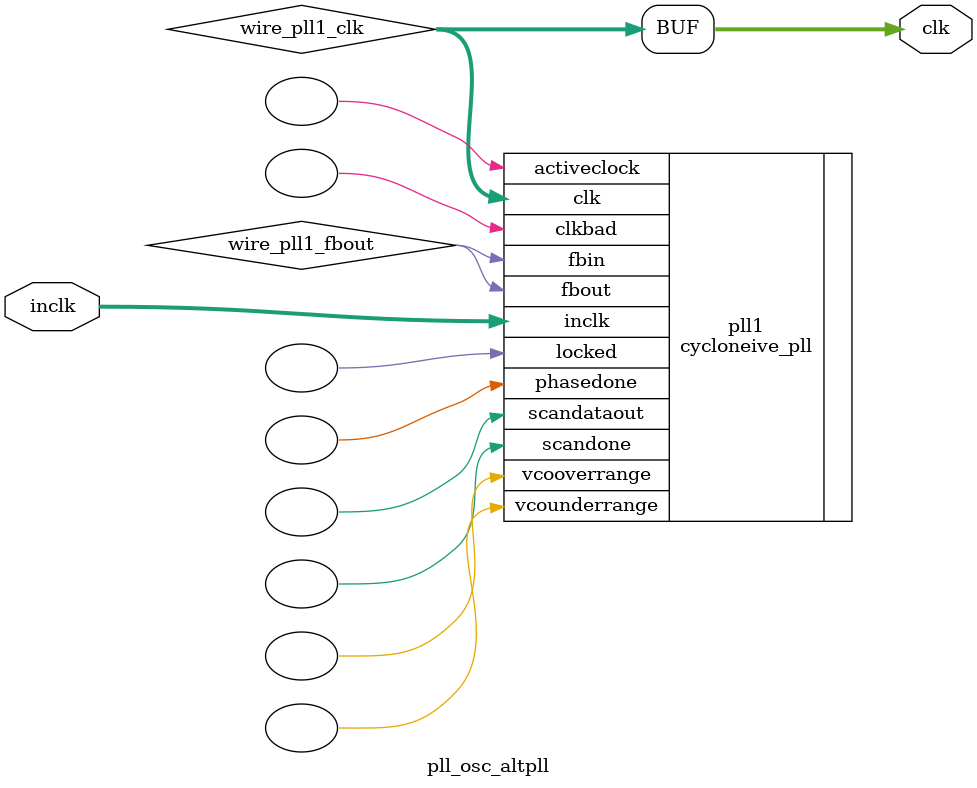
<source format=v>






//synthesis_resources = cycloneive_pll 1 
//synopsys translate_off
`timescale 1 ps / 1 ps
//synopsys translate_on
module  pll_osc_altpll
	( 
	clk,
	inclk) /* synthesis synthesis_clearbox=1 */;
	output   [4:0]  clk;
	input   [1:0]  inclk;
`ifndef ALTERA_RESERVED_QIS
// synopsys translate_off
`endif
	tri0   [1:0]  inclk;
`ifndef ALTERA_RESERVED_QIS
// synopsys translate_on
`endif

	wire  [4:0]   wire_pll1_clk;
	wire  wire_pll1_fbout;

	cycloneive_pll   pll1
	( 
	.activeclock(),
	.clk(wire_pll1_clk),
	.clkbad(),
	.fbin(wire_pll1_fbout),
	.fbout(wire_pll1_fbout),
	.inclk(inclk),
	.locked(),
	.phasedone(),
	.scandataout(),
	.scandone(),
	.vcooverrange(),
	.vcounderrange()
	`ifndef FORMAL_VERIFICATION
	// synopsys translate_off
	`endif
	,
	.areset(1'b0),
	.clkswitch(1'b0),
	.configupdate(1'b0),
	.pfdena(1'b1),
	.phasecounterselect({3{1'b0}}),
	.phasestep(1'b0),
	.phaseupdown(1'b0),
	.scanclk(1'b0),
	.scanclkena(1'b1),
	.scandata(1'b0)
	`ifndef FORMAL_VERIFICATION
	// synopsys translate_on
	`endif
	);
	defparam
		pll1.bandwidth_type = "auto",
		pll1.clk0_divide_by = 50,
		pll1.clk0_duty_cycle = 50,
		pll1.clk0_multiply_by = 1,
		pll1.clk0_phase_shift = "0",
		pll1.compensate_clock = "clk0",
		pll1.inclk0_input_frequency = 20000,
		pll1.operation_mode = "normal",
		pll1.pll_type = "auto",
		pll1.lpm_type = "cycloneive_pll";
	assign
		clk = {wire_pll1_clk[4:0]};
endmodule //pll_osc_altpll
//VALID FILE

</source>
